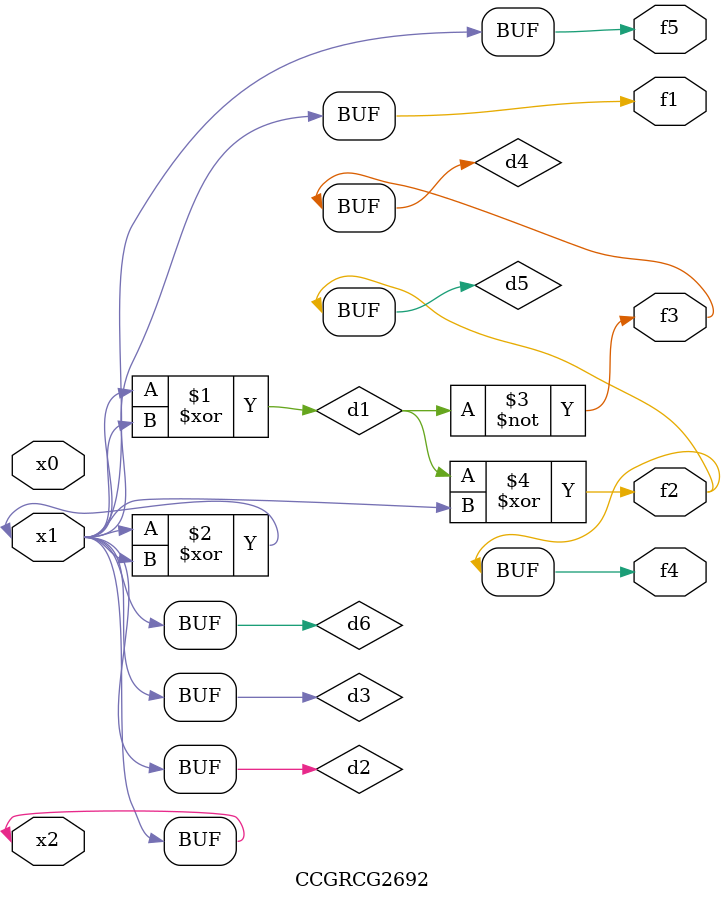
<source format=v>
module CCGRCG2692(
	input x0, x1, x2,
	output f1, f2, f3, f4, f5
);

	wire d1, d2, d3, d4, d5, d6;

	xor (d1, x1, x2);
	buf (d2, x1, x2);
	xor (d3, x1, x2);
	nor (d4, d1);
	xor (d5, d1, d2);
	buf (d6, d2, d3);
	assign f1 = d6;
	assign f2 = d5;
	assign f3 = d4;
	assign f4 = d5;
	assign f5 = d6;
endmodule

</source>
